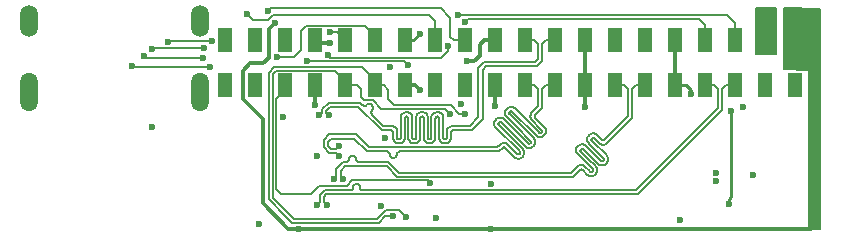
<source format=gbr>
G04 #@! TF.GenerationSoftware,KiCad,Pcbnew,5.1.5+dfsg1-2~bpo10+1*
G04 #@! TF.CreationDate,2020-03-26T22:11:47+01:00*
G04 #@! TF.ProjectId,snickerdoodle-hdmi-breakout,736e6963-6b65-4726-946f-6f646c652d68,rev?*
G04 #@! TF.SameCoordinates,Original*
G04 #@! TF.FileFunction,Copper,L4,Bot*
G04 #@! TF.FilePolarity,Positive*
%FSLAX46Y46*%
G04 Gerber Fmt 4.6, Leading zero omitted, Abs format (unit mm)*
G04 Created by KiCad (PCBNEW 5.1.5+dfsg1-2~bpo10+1) date 2020-03-26 22:11:47*
%MOMM*%
%LPD*%
G04 APERTURE LIST*
%ADD10O,1.500000X3.300000*%
%ADD11O,1.500000X2.700000*%
%ADD12R,1.200000X2.000000*%
%ADD13C,0.600000*%
%ADD14C,0.300000*%
%ADD15C,0.254000*%
%ADD16C,0.150000*%
G04 APERTURE END LIST*
D10*
X124990000Y-109670000D03*
X139490000Y-109670000D03*
D11*
X139490000Y-103670000D03*
X124990000Y-103670000D03*
D12*
X151760000Y-109082000D03*
X154300000Y-109082000D03*
X182240000Y-109082000D03*
X187320000Y-109082000D03*
X167000000Y-109082000D03*
X144140000Y-109082000D03*
X174620000Y-109082000D03*
X169540000Y-109082000D03*
X146680000Y-109082000D03*
X184780000Y-109082000D03*
X189860000Y-109082000D03*
X164460000Y-109082000D03*
X161920000Y-109082000D03*
X149220000Y-109082000D03*
X177160000Y-109082000D03*
X179700000Y-109082000D03*
X159380000Y-109082000D03*
X156840000Y-109082000D03*
X172080000Y-109082000D03*
X141600000Y-109082000D03*
X141600000Y-105272000D03*
X159380000Y-105272000D03*
X164460000Y-105272000D03*
X144140000Y-105272000D03*
X151760000Y-105272000D03*
X146680000Y-105272000D03*
X161920000Y-105272000D03*
X154300000Y-105272000D03*
X156840000Y-105272000D03*
X149220000Y-105272000D03*
X167000000Y-105272000D03*
X169540000Y-105272000D03*
X172080000Y-105272000D03*
X174620000Y-105272000D03*
X177160000Y-105272000D03*
X179700000Y-105272000D03*
X182240000Y-105272000D03*
X184780000Y-105272000D03*
X187320000Y-105272000D03*
X189860000Y-105272000D03*
D13*
X183147000Y-116490000D03*
X183157000Y-117180000D03*
X186267000Y-116710000D03*
X146490000Y-111800000D03*
X158100000Y-109470000D03*
X149420000Y-115050000D03*
X144470000Y-120870000D03*
X154780000Y-119340000D03*
X164110000Y-117430000D03*
X159440000Y-120310000D03*
X155140000Y-113590000D03*
X185490000Y-110970000D03*
X149220000Y-110740000D03*
X150490000Y-105520000D03*
X155590000Y-107575000D03*
X164470000Y-110820000D03*
X162120000Y-107020000D03*
X161610000Y-110660000D03*
X172080000Y-110940000D03*
X181020000Y-109860000D03*
X180110000Y-120510000D03*
X158080000Y-104720000D03*
X135390000Y-112610000D03*
X191520000Y-120180000D03*
X191520000Y-120940000D03*
X191520000Y-117860000D03*
X191520000Y-118630000D03*
X191520000Y-119410000D03*
X164079999Y-121239999D03*
X145820000Y-103820000D03*
X190070000Y-103350000D03*
X147830000Y-121235010D03*
X140480000Y-105360000D03*
X136750000Y-105390000D03*
X139800000Y-105950000D03*
X135390000Y-106050000D03*
X139760000Y-106800000D03*
X134750000Y-106600000D03*
X140300000Y-107560000D03*
X133750000Y-107480000D03*
X149560000Y-111640000D03*
X149410000Y-119240000D03*
X150210000Y-119240000D03*
X150800000Y-117060000D03*
X151600000Y-117060000D03*
X151217306Y-115038637D03*
X151217306Y-114238637D03*
X150360000Y-111640000D03*
X143450000Y-103052331D03*
X150510000Y-104580000D03*
X145210000Y-102840000D03*
X145956697Y-106720000D03*
X158990000Y-117370000D03*
X156880000Y-120210000D03*
X160640000Y-111500000D03*
X155840000Y-120200000D03*
X161930000Y-111500000D03*
X161920000Y-103720000D03*
X161290000Y-103140000D03*
X187230000Y-103360000D03*
X157100000Y-107360000D03*
X148520000Y-107031976D03*
X150320000Y-106500000D03*
X160483768Y-105736232D03*
X184257000Y-119120000D03*
X184400000Y-111230000D03*
D14*
X149220000Y-109082000D02*
X149220000Y-110740000D01*
X149298000Y-105350000D02*
X149220000Y-105272000D01*
X157712000Y-109082000D02*
X158100000Y-109470000D01*
X156840000Y-109082000D02*
X157712000Y-109082000D01*
X164460000Y-110810000D02*
X164470000Y-110820000D01*
X164460000Y-109082000D02*
X164460000Y-110810000D01*
X172080000Y-105272000D02*
X172080000Y-109082000D01*
X172080000Y-109082000D02*
X172080000Y-110940000D01*
X179700000Y-105272000D02*
X179700000Y-109082000D01*
X163560000Y-105272000D02*
X163150000Y-105682000D01*
X164460000Y-105272000D02*
X163560000Y-105272000D01*
X163150000Y-105682000D02*
X163150000Y-106580000D01*
X162710000Y-107020000D02*
X162120000Y-107020000D01*
X163150000Y-106580000D02*
X162710000Y-107020000D01*
D15*
X157528000Y-105272000D02*
X158080000Y-104720000D01*
X156840000Y-105272000D02*
X157528000Y-105272000D01*
X180632000Y-109082000D02*
X181020000Y-109470000D01*
X181020000Y-109470000D02*
X181020000Y-109860000D01*
X179700000Y-109082000D02*
X180632000Y-109082000D01*
X149468000Y-105520000D02*
X149220000Y-105272000D01*
D14*
X150490000Y-105520000D02*
X149468000Y-105520000D01*
X191220001Y-121239999D02*
X191520000Y-120940000D01*
X164079999Y-121239999D02*
X191220001Y-121239999D01*
X164079999Y-121239999D02*
X147834989Y-121239999D01*
X147834989Y-121239999D02*
X147830000Y-121235010D01*
X144830000Y-107240000D02*
X143710000Y-107240000D01*
X146935010Y-121235010D02*
X147405736Y-121235010D01*
X145300000Y-104340000D02*
X145300000Y-106770000D01*
X145820000Y-103820000D02*
X145300000Y-104340000D01*
X145300000Y-106770000D02*
X144830000Y-107240000D01*
X144780000Y-111936038D02*
X144780000Y-119080000D01*
X143710000Y-107240000D02*
X143100000Y-107850000D01*
X143100000Y-107850000D02*
X143100000Y-110256038D01*
X143100000Y-110256038D02*
X144780000Y-111936038D01*
X147405736Y-121235010D02*
X147830000Y-121235010D01*
X144780000Y-119080000D02*
X146935010Y-121235010D01*
D16*
X136850000Y-105290000D02*
X136750000Y-105390000D01*
X136780000Y-105360000D02*
X136750000Y-105390000D01*
X140480000Y-105360000D02*
X136780000Y-105360000D01*
X135420000Y-106080000D02*
X135390000Y-106050000D01*
X135490000Y-105950000D02*
X135390000Y-106050000D01*
X139800000Y-105950000D02*
X135490000Y-105950000D01*
X134760000Y-106610000D02*
X134750000Y-106600000D01*
X134950000Y-106800000D02*
X134750000Y-106600000D01*
X139760000Y-106800000D02*
X134950000Y-106800000D01*
X134380000Y-107560000D02*
X134120000Y-107560000D01*
X140300000Y-107560000D02*
X134380000Y-107560000D01*
X133830000Y-107560000D02*
X133750000Y-107480000D01*
X140300000Y-107560000D02*
X133830000Y-107560000D01*
X167750000Y-105272000D02*
X167000000Y-105272000D01*
X168095000Y-106877512D02*
X168095000Y-105617000D01*
X163547512Y-107145000D02*
X167827512Y-107145000D01*
X163055000Y-107637512D02*
X163547512Y-107145000D01*
X163055000Y-111817512D02*
X163055000Y-107637512D01*
X162327512Y-112545000D02*
X163055000Y-111817512D01*
X160631702Y-112591654D02*
X160731276Y-112556811D01*
X160542377Y-112647781D02*
X160631702Y-112591654D01*
X160361239Y-113550250D02*
X160365000Y-113516872D01*
X160350145Y-113581954D02*
X160361239Y-113550250D01*
X160332274Y-113610395D02*
X160350145Y-113581954D01*
X160280082Y-113652017D02*
X160308523Y-113634146D01*
X160248378Y-113663111D02*
X160280082Y-113652017D01*
X160149917Y-113652017D02*
X160181621Y-113663111D01*
X160121476Y-113634146D02*
X160149917Y-113652017D01*
X160097725Y-113610395D02*
X160121476Y-113634146D01*
X160079854Y-113581954D02*
X160097725Y-113610395D01*
X160065000Y-113516872D02*
X160068760Y-113550250D01*
X160376811Y-112911276D02*
X160411654Y-112811702D01*
X160053188Y-111739405D02*
X160065000Y-111844237D01*
X160365000Y-113016108D02*
X160376811Y-112911276D01*
X160018345Y-111639831D02*
X160053188Y-111739405D01*
X159798297Y-111419783D02*
X159887622Y-111475910D01*
X160836108Y-112545000D02*
X162327512Y-112545000D01*
X159593891Y-111373128D02*
X159698723Y-111384940D01*
X159536108Y-111373128D02*
X159593891Y-111373128D01*
X160065000Y-111844237D02*
X160065000Y-113516872D01*
X159242377Y-111475910D02*
X159331702Y-111419783D01*
X159111654Y-111639831D02*
X159167781Y-111550506D01*
X160308523Y-113634146D02*
X160332274Y-113610395D01*
X159050145Y-113581954D02*
X159061239Y-113550250D01*
X159032274Y-113610395D02*
X159050145Y-113581954D01*
X159008523Y-113634146D02*
X159032274Y-113610395D01*
X158980082Y-113652017D02*
X159008523Y-113634146D01*
X158948378Y-113663111D02*
X158980082Y-113652017D01*
X158915000Y-113666872D02*
X158948378Y-113663111D01*
X158797725Y-113610395D02*
X158821476Y-113634146D01*
X158765000Y-113516872D02*
X158768760Y-113550250D01*
X158779854Y-113581954D02*
X158797725Y-113610395D01*
X158587622Y-111475910D02*
X158662218Y-111550506D01*
X158398723Y-111384940D02*
X158498297Y-111419783D01*
X158236108Y-111373128D02*
X158293891Y-111373128D01*
X158131276Y-111384940D02*
X158236108Y-111373128D01*
X160467781Y-112722377D02*
X160542377Y-112647781D01*
X157942377Y-111475910D02*
X158031702Y-111419783D01*
X157867781Y-111550506D02*
X157942377Y-111475910D01*
X156118345Y-112811702D02*
X156153188Y-112911276D01*
X159698723Y-111384940D02*
X159798297Y-111419783D01*
X159061239Y-113550250D02*
X159065000Y-113516872D01*
X158293891Y-111373128D02*
X158398723Y-111384940D01*
X154073831Y-111132540D02*
X154035570Y-111180520D01*
X156062218Y-112722377D02*
X156118345Y-112811702D01*
X160731276Y-112556811D02*
X160836108Y-112545000D01*
X156461239Y-113550250D02*
X156465000Y-113516872D01*
X156936108Y-111373128D02*
X156993891Y-111373128D01*
X155987622Y-112647781D02*
X156062218Y-112722377D01*
X157521476Y-113634146D02*
X157549917Y-113652017D01*
X155693891Y-112545000D02*
X155798723Y-112556811D01*
X153997307Y-111228499D02*
X153970681Y-111283789D01*
X156831276Y-111384940D02*
X156936108Y-111373128D01*
X157468760Y-113550250D02*
X157479854Y-113581954D01*
X160181621Y-113663111D02*
X160215000Y-113666872D01*
X154035569Y-111568082D02*
X154142982Y-111675494D01*
X155898297Y-112591654D02*
X155987622Y-112647781D01*
X158768760Y-113550250D02*
X158779854Y-113581954D01*
X153078744Y-110611256D02*
X153126826Y-110649600D01*
X154114114Y-110956054D02*
X154114113Y-111017420D01*
X158881621Y-113663111D02*
X158915000Y-113666872D01*
X156153188Y-112911276D02*
X156165000Y-113016108D01*
X154100457Y-110896224D02*
X154114114Y-110956054D01*
X154035570Y-110792956D02*
X154073831Y-110840934D01*
X155012488Y-112545000D02*
X155693891Y-112545000D01*
X149560000Y-111640000D02*
X149785000Y-111415000D01*
X156465000Y-113516872D02*
X156465000Y-111844237D01*
X153970680Y-111464813D02*
X153997306Y-111520103D01*
X158765000Y-111844237D02*
X158765000Y-113516872D01*
X153271722Y-110794517D02*
X153327012Y-110821143D01*
X154073831Y-110840934D02*
X154100457Y-110896224D01*
X155798723Y-112556811D02*
X155898297Y-112591654D01*
X153835772Y-110677712D02*
X153895601Y-110691367D01*
X153327012Y-110821143D02*
X153386841Y-110834798D01*
X156165000Y-113016108D02*
X156165000Y-113516872D01*
X156168760Y-113550250D02*
X156179854Y-113581954D01*
X156567781Y-111550506D02*
X156642377Y-111475910D01*
X159431276Y-111384940D02*
X159536108Y-111373128D01*
X153957025Y-111404984D02*
X153970680Y-111464813D01*
X153022488Y-110555000D02*
X153078744Y-110611256D01*
X159887622Y-111475910D02*
X159962218Y-111550506D01*
X159065000Y-111844237D02*
X159076811Y-111739405D01*
X158718345Y-111639831D02*
X158753188Y-111739405D01*
X157765000Y-111844237D02*
X157776811Y-111739405D01*
X159331702Y-111419783D02*
X159431276Y-111384940D01*
X154142982Y-111675494D02*
X155012488Y-112545000D01*
X159962218Y-111550506D02*
X160018345Y-111639831D01*
X159076811Y-111739405D02*
X159111654Y-111639831D01*
X158753188Y-111739405D02*
X158765000Y-111844237D01*
X153659285Y-110717992D02*
X153714575Y-110691366D01*
X153126826Y-110659338D02*
X153223744Y-110756256D01*
X156197725Y-113610395D02*
X156221476Y-113634146D01*
X156408523Y-113634146D02*
X156432274Y-113610395D01*
X149785000Y-111415000D02*
X149785000Y-111127512D01*
X156731702Y-111419783D02*
X156831276Y-111384940D01*
X149785000Y-111127512D02*
X150357512Y-110555000D01*
X153126826Y-110649600D02*
X153126826Y-110659338D01*
X156179854Y-113581954D02*
X156197725Y-113610395D01*
X153950891Y-110717993D02*
X153998870Y-110756256D01*
X168095000Y-105617000D02*
X167750000Y-105272000D01*
X157776811Y-111739405D02*
X157811654Y-111639831D01*
X153386841Y-110834798D02*
X153448209Y-110834799D01*
X153448209Y-110834799D02*
X153508038Y-110821144D01*
X153970681Y-111283789D02*
X153957026Y-111343618D01*
X154100458Y-111077250D02*
X154073831Y-111132540D01*
X154114113Y-111017420D02*
X154100458Y-111077250D01*
X153508038Y-110821144D02*
X153563328Y-110794518D01*
X153895601Y-110691367D02*
X153950891Y-110717993D01*
X156476811Y-111739405D02*
X156511654Y-111639831D01*
X157708523Y-113634146D02*
X157732274Y-113610395D01*
X167827512Y-107145000D02*
X168095000Y-106877512D01*
X153563328Y-110794518D02*
X153659285Y-110717992D01*
X153957026Y-111343618D02*
X153957025Y-111404984D01*
X157615000Y-113666872D02*
X157648378Y-113663111D01*
X158498297Y-111419783D02*
X158587622Y-111475910D01*
X153774404Y-110677711D02*
X153835772Y-110677712D01*
X160411654Y-112811702D02*
X160467781Y-112722377D01*
X156380082Y-113652017D02*
X156408523Y-113634146D01*
X159167781Y-111550506D02*
X159242377Y-111475910D01*
X157761239Y-113550250D02*
X157765000Y-113516872D01*
X158849917Y-113652017D02*
X158881621Y-113663111D01*
X156165000Y-113516872D02*
X156168760Y-113550250D01*
X158821476Y-113634146D02*
X158849917Y-113652017D01*
X156432274Y-113610395D02*
X156450145Y-113581954D01*
X157479854Y-113581954D02*
X157497725Y-113610395D01*
X156221476Y-113634146D02*
X156249917Y-113652017D01*
X150357512Y-110555000D02*
X153022488Y-110555000D01*
X156249917Y-113652017D02*
X156281621Y-113663111D01*
X156281621Y-113663111D02*
X156315000Y-113666872D01*
X160215000Y-113666872D02*
X160248378Y-113663111D01*
X158031702Y-111419783D02*
X158131276Y-111384940D01*
X156315000Y-113666872D02*
X156348378Y-113663111D01*
X156348378Y-113663111D02*
X156380082Y-113652017D01*
X153998870Y-110756256D02*
X154035570Y-110792956D01*
X156450145Y-113581954D02*
X156461239Y-113550250D01*
X160365000Y-113516872D02*
X160365000Y-113016108D01*
X154035570Y-111180520D02*
X153997307Y-111228499D01*
X156465000Y-111844237D02*
X156476811Y-111739405D01*
X156511654Y-111639831D02*
X156567781Y-111550506D01*
X156642377Y-111475910D02*
X156731702Y-111419783D01*
X156993891Y-111373128D02*
X157098723Y-111384940D01*
X153223744Y-110756256D02*
X153271722Y-110794517D01*
X157098723Y-111384940D02*
X157198297Y-111419783D01*
X157198297Y-111419783D02*
X157287622Y-111475910D01*
X159065000Y-113516872D02*
X159065000Y-111844237D01*
X158662218Y-111550506D02*
X158718345Y-111639831D01*
X157287622Y-111475910D02*
X157362218Y-111550506D01*
X157418345Y-111639831D02*
X157453188Y-111739405D01*
X157453188Y-111739405D02*
X157465000Y-111844237D01*
X153997306Y-111520103D02*
X154035569Y-111568082D01*
X157765000Y-113516872D02*
X157765000Y-111844237D01*
X157465000Y-111844237D02*
X157465000Y-113516872D01*
X157362218Y-111550506D02*
X157418345Y-111639831D01*
X157465000Y-113516872D02*
X157468760Y-113550250D01*
X157497725Y-113610395D02*
X157521476Y-113634146D01*
X153714575Y-110691366D02*
X153774404Y-110677711D01*
X157549917Y-113652017D02*
X157581621Y-113663111D01*
X157811654Y-111639831D02*
X157867781Y-111550506D01*
X157581621Y-113663111D02*
X157615000Y-113666872D01*
X157648378Y-113663111D02*
X157680082Y-113652017D01*
X160068760Y-113550250D02*
X160079854Y-113581954D01*
X157680082Y-113652017D02*
X157708523Y-113634146D01*
X157732274Y-113610395D02*
X157750145Y-113581954D01*
X157750145Y-113581954D02*
X157761239Y-113550250D01*
X182990000Y-109082000D02*
X182240000Y-109082000D01*
X183335000Y-109427000D02*
X182990000Y-109082000D01*
X176377512Y-117985000D02*
X183335000Y-111027512D01*
X153292762Y-117985000D02*
X176377512Y-117985000D01*
X153234042Y-117978384D02*
X153292762Y-117985000D01*
X153086451Y-117885647D02*
X153128234Y-117927430D01*
X153055013Y-117835613D02*
X153086451Y-117885647D01*
X153035497Y-117779839D02*
X153055013Y-117835613D01*
X153002748Y-117606626D02*
X153022264Y-117662400D01*
X152402748Y-117835613D02*
X152422264Y-117779839D01*
X152279493Y-117958868D02*
X152329527Y-117927430D01*
X152486451Y-117556592D02*
X152528234Y-117514809D01*
X152223719Y-117978384D02*
X152279493Y-117958868D01*
X149410000Y-119240000D02*
X149635000Y-119015000D01*
X183335000Y-111027512D02*
X183335000Y-109427000D01*
X152929527Y-117514809D02*
X152971310Y-117556592D01*
X152165000Y-117985000D02*
X152223719Y-117978384D01*
X149635000Y-119015000D02*
X149635000Y-118377512D01*
X152371310Y-117885647D02*
X152402748Y-117835613D01*
X152971310Y-117556592D02*
X153002748Y-117606626D01*
X152823719Y-117463855D02*
X152879493Y-117483371D01*
X152329527Y-117927430D02*
X152371310Y-117885647D01*
X150027512Y-117985000D02*
X152165000Y-117985000D01*
X153178268Y-117958868D02*
X153234042Y-117978384D01*
X153128234Y-117927430D02*
X153178268Y-117958868D01*
X149635000Y-118377512D02*
X150027512Y-117985000D01*
X152422264Y-117779839D02*
X152435497Y-117662400D01*
X152455013Y-117606626D02*
X152486451Y-117556592D01*
X152528234Y-117514809D02*
X152578268Y-117483371D01*
X152578268Y-117483371D02*
X152634042Y-117463855D01*
X152692762Y-117457238D02*
X152765000Y-117457238D01*
X152435497Y-117662400D02*
X152455013Y-117606626D01*
X152879493Y-117483371D02*
X152929527Y-117514809D01*
X153022264Y-117662400D02*
X153035497Y-117779839D01*
X152634042Y-117463855D02*
X152692762Y-117457238D01*
X152765000Y-117457238D02*
X152823719Y-117463855D01*
X150172488Y-118335000D02*
X176522488Y-118335000D01*
X176522488Y-118335000D02*
X183685000Y-111172488D01*
X150210000Y-119240000D02*
X149985000Y-119015000D01*
X149985000Y-118522488D02*
X150172488Y-118335000D01*
X184030000Y-109082000D02*
X184780000Y-109082000D01*
X183685000Y-111172488D02*
X183685000Y-109427000D01*
X183685000Y-109427000D02*
X184030000Y-109082000D01*
X149985000Y-119015000D02*
X149985000Y-118522488D01*
X175370000Y-109082000D02*
X174620000Y-109082000D01*
X175715000Y-109427000D02*
X175370000Y-109082000D01*
X175715000Y-111697512D02*
X175715000Y-109427000D01*
X173647830Y-113743677D02*
X173678094Y-113729102D01*
X173581493Y-113751152D02*
X173615083Y-113751151D01*
X173548746Y-113743677D02*
X173581493Y-113751152D01*
X173087619Y-113303558D02*
X173492222Y-113708161D01*
X172910092Y-113192011D02*
X173005140Y-113237783D01*
X172807243Y-113168535D02*
X172910092Y-113192011D01*
X172701747Y-113168536D02*
X172807243Y-113168535D01*
X172598898Y-113192011D02*
X172701747Y-113168536D01*
X172503850Y-113237783D02*
X172598898Y-113192011D01*
X172421371Y-113303558D02*
X172503850Y-113237783D01*
X172380512Y-113344416D02*
X172421371Y-113303558D01*
X172314737Y-113426895D02*
X172380512Y-113344416D01*
X172268965Y-113521943D02*
X172314737Y-113426895D01*
X172554060Y-116425945D02*
X172586807Y-116433420D01*
X172523797Y-116411371D02*
X172554060Y-116425945D01*
X151996400Y-115535025D02*
X152039929Y-115491496D01*
X172497536Y-116390429D02*
X172523797Y-116411371D01*
X171915406Y-115874279D02*
X172010454Y-115920051D01*
X171707062Y-115850804D02*
X171812557Y-115850804D01*
X173506045Y-115514182D02*
X173539635Y-115514182D01*
X171426685Y-115985826D02*
X171509164Y-115920051D01*
X156332488Y-116495000D02*
X170917512Y-116495000D01*
X173492222Y-113708161D02*
X173518484Y-113729102D01*
X152255533Y-115072415D02*
X152313637Y-115052083D01*
X172010454Y-115920051D02*
X172092933Y-115985826D01*
X152203409Y-115105166D02*
X152255533Y-115072415D01*
X152913637Y-115588108D02*
X152974810Y-115595000D01*
X152855533Y-115567776D02*
X152913637Y-115588108D01*
X152803409Y-115535025D02*
X152855533Y-115567776D01*
X152727129Y-115439372D02*
X152759880Y-115491496D01*
X173539635Y-115514182D02*
X173572382Y-115506707D01*
X171812557Y-115850804D02*
X171915406Y-115874279D01*
X152693012Y-115258923D02*
X152706797Y-115381268D01*
X152759880Y-115491496D02*
X152803409Y-115535025D01*
X152313637Y-115052083D02*
X152374810Y-115045190D01*
X173518484Y-113729102D02*
X173548746Y-113743677D01*
X152672680Y-115200819D02*
X152693012Y-115258923D01*
X152974810Y-115595000D02*
X155432488Y-115595000D01*
X152039929Y-115491496D02*
X152072680Y-115439372D01*
X171349726Y-114752376D02*
X171326252Y-114649525D01*
X173005140Y-113237783D02*
X173087619Y-113303558D01*
X151944276Y-115567776D02*
X151996400Y-115535025D01*
X172709668Y-116178296D02*
X171461273Y-114929903D01*
X152706797Y-115381268D02*
X152727129Y-115439372D01*
X152639929Y-115148695D02*
X152672680Y-115200819D01*
X173671896Y-115381919D02*
X173671896Y-115348330D01*
X173628906Y-115259058D02*
X173014923Y-114645075D01*
X150800000Y-117060000D02*
X151025000Y-116835000D01*
X155432488Y-115595000D02*
X156332488Y-116495000D01*
X172730610Y-116204558D02*
X172709668Y-116178296D01*
X172092933Y-115985826D02*
X172497536Y-116390429D01*
X173649848Y-115285320D02*
X173628906Y-115259058D01*
X152072680Y-115439372D02*
X152093012Y-115381268D01*
X171461273Y-114929903D02*
X171395498Y-114847424D01*
X173602645Y-115492133D02*
X173628906Y-115471191D01*
X171509164Y-115920051D02*
X171604212Y-115874279D01*
X152106797Y-115258923D02*
X152127129Y-115200819D01*
X152425000Y-115045190D02*
X152486172Y-115052083D01*
X152127129Y-115200819D02*
X152159880Y-115148695D01*
X171395498Y-114847424D02*
X171349726Y-114752376D01*
X170917512Y-116495000D02*
X171426685Y-115985826D01*
X151025000Y-116835000D02*
X151025000Y-116167512D01*
X152093012Y-115381268D02*
X152106797Y-115258923D01*
X152159880Y-115148695D02*
X152203409Y-115105166D01*
X151597512Y-115595000D02*
X151825000Y-115595000D01*
X152374810Y-115045190D02*
X152425000Y-115045190D01*
X173664422Y-115315583D02*
X173649848Y-115285320D01*
X152486172Y-115052083D02*
X152544276Y-115072415D01*
X152544276Y-115072415D02*
X152596400Y-115105166D01*
X171604212Y-115874279D02*
X171707062Y-115850804D01*
X152596400Y-115105166D02*
X152639929Y-115148695D01*
X172586807Y-116433420D02*
X172620396Y-116433420D01*
X172620396Y-116433420D02*
X172653144Y-116425945D01*
X171990853Y-114111250D02*
X172085901Y-114157022D01*
X173014923Y-114645075D02*
X173014926Y-114645075D01*
X172653144Y-116425945D02*
X172683407Y-116411371D01*
X173615083Y-113751151D02*
X173647830Y-113743677D01*
X172683407Y-116411371D02*
X172709668Y-116390429D01*
X172709668Y-116390429D02*
X172730610Y-116364167D01*
X172730610Y-116364167D02*
X172745184Y-116333904D01*
X172745184Y-116333904D02*
X172752658Y-116301157D01*
X151025000Y-116167512D02*
X151597512Y-115595000D01*
X172752658Y-116301157D02*
X172752658Y-116267568D01*
X171584611Y-114157022D02*
X171679659Y-114111250D01*
X173671896Y-115348330D02*
X173664422Y-115315583D01*
X172752658Y-116267568D02*
X172745184Y-116234821D01*
X172745184Y-116234821D02*
X172730610Y-116204558D01*
X171326252Y-114649525D02*
X171326251Y-114544031D01*
X171349726Y-114441182D02*
X171395498Y-114346134D01*
X172245490Y-113624792D02*
X172268965Y-113521943D01*
X171395498Y-114346134D02*
X171461273Y-114263655D01*
X171461273Y-114263655D02*
X171502132Y-114222797D01*
X171502132Y-114222797D02*
X171584611Y-114157022D01*
X171679659Y-114111250D02*
X171782508Y-114087775D01*
X171782508Y-114087775D02*
X171888004Y-114087774D01*
X171888004Y-114087774D02*
X171990853Y-114111250D01*
X173416774Y-115471191D02*
X173443035Y-115492133D01*
X173443035Y-115492133D02*
X173473298Y-115506707D01*
X171326251Y-114544031D02*
X171349726Y-114441182D01*
X173473298Y-115506707D02*
X173506045Y-115514182D01*
X172314737Y-113928185D02*
X172268965Y-113833137D01*
X173572382Y-115506707D02*
X173602645Y-115492133D01*
X173628906Y-115471191D02*
X173649848Y-115444929D01*
X173678094Y-113729102D02*
X173704354Y-113708161D01*
X173649848Y-115444929D02*
X173664422Y-115414666D01*
X172085901Y-114157022D02*
X172168380Y-114222797D01*
X172400943Y-114031092D02*
X172380512Y-114010664D01*
X173704354Y-113708161D02*
X175715000Y-111697512D01*
X151825000Y-115595000D02*
X151886172Y-115588108D01*
X173664422Y-115414666D02*
X173671896Y-115381919D01*
X173014926Y-114645075D02*
X172400943Y-114031092D01*
X172168380Y-114222797D02*
X173416774Y-115471191D01*
X172380512Y-114010664D02*
X172314737Y-113928185D01*
X151886172Y-115588108D02*
X151944276Y-115567776D01*
X172268965Y-113833137D02*
X172245491Y-113730286D01*
X172245491Y-113730286D02*
X172245490Y-113624792D01*
X171653743Y-116253743D02*
X171680004Y-116232801D01*
X171710267Y-116218227D02*
X171743015Y-116210752D01*
X173848934Y-114041852D02*
X173931413Y-113976077D01*
X172759198Y-116769893D02*
X172854246Y-116724120D01*
X171743015Y-116210752D02*
X171776604Y-116210752D01*
X171809351Y-116218227D02*
X171839614Y-116232801D01*
X172448004Y-116769893D02*
X172550854Y-116793367D01*
X172550854Y-116793367D02*
X172656349Y-116793367D01*
X173753885Y-114087626D02*
X173848934Y-114041852D01*
X171680004Y-116232801D02*
X171710267Y-116218227D01*
X172737700Y-113528485D02*
X172771290Y-113528484D01*
X172854246Y-116724120D02*
X172936725Y-116658345D01*
X173112606Y-116337110D02*
X173112606Y-116231615D01*
X171708248Y-114516974D02*
X171729189Y-114490714D01*
X173112606Y-116231615D02*
X173089131Y-116128765D01*
X172343172Y-115316829D02*
X171729189Y-114702846D01*
X173575588Y-115874130D02*
X173678437Y-115850655D01*
X172352956Y-116724120D02*
X172448004Y-116769893D01*
X171693673Y-114646322D02*
X171686198Y-114613575D01*
X171062488Y-116845000D02*
X171653743Y-116253743D01*
X151742488Y-115945000D02*
X155287512Y-115945000D01*
X151375000Y-116312488D02*
X151742488Y-115945000D01*
X171686198Y-114613575D02*
X171686198Y-114579985D01*
X173951842Y-113955649D02*
X176065000Y-111842488D01*
X171686198Y-114579985D02*
X171693673Y-114547238D01*
X176410000Y-109082000D02*
X177160000Y-109082000D01*
X171755451Y-114469772D02*
X171785715Y-114455197D01*
X151600000Y-117060000D02*
X151375000Y-116835000D01*
X171785715Y-114455197D02*
X171818461Y-114447724D01*
X171852051Y-114447723D02*
X171884797Y-114455198D01*
X172977584Y-115951238D02*
X172343172Y-115316826D01*
X173043359Y-116535007D02*
X173089131Y-116439959D01*
X171884797Y-114455198D02*
X171915061Y-114469771D01*
X172612912Y-113727083D02*
X172605437Y-113694336D01*
X171915061Y-114469771D02*
X171941323Y-114490713D01*
X171941323Y-114490713D02*
X173189716Y-115739108D01*
X173189716Y-115739108D02*
X173272195Y-115804883D01*
X172804036Y-113535959D02*
X172834300Y-113550532D01*
X171839614Y-116232801D02*
X171865875Y-116253743D01*
X173367243Y-115850655D02*
X173470093Y-115874130D01*
X173470093Y-115874130D02*
X173575588Y-115874130D01*
X173043359Y-116033717D02*
X172977584Y-115951238D01*
X171818461Y-114447724D02*
X171852051Y-114447723D01*
X173855964Y-115739108D02*
X173896823Y-115698248D01*
X174008370Y-115520721D02*
X174031845Y-115417872D01*
X173347644Y-114041852D02*
X173442691Y-114087626D01*
X173651037Y-114111099D02*
X173753885Y-114087626D01*
X171729189Y-114490714D02*
X171755451Y-114469772D01*
X176065000Y-111842488D02*
X176065000Y-109427000D01*
X171776604Y-116210752D02*
X171809351Y-116218227D01*
X176065000Y-109427000D02*
X176410000Y-109082000D01*
X173773485Y-115804883D02*
X173855964Y-115739108D01*
X172605437Y-113660746D02*
X172612912Y-113627999D01*
X173545541Y-114111100D02*
X173651037Y-114111099D01*
X172648428Y-113783607D02*
X172627487Y-113757345D01*
X173265165Y-113976077D02*
X173347644Y-114041852D01*
X173442691Y-114087626D02*
X173545541Y-114111100D01*
X171865875Y-116253743D02*
X172270477Y-116658345D01*
X174031845Y-115312377D02*
X174008370Y-115209527D01*
X156187512Y-116845000D02*
X171062488Y-116845000D01*
X172936725Y-116658345D02*
X172977584Y-116617486D01*
X172860562Y-113571474D02*
X173265165Y-113976077D01*
X173089131Y-116128765D02*
X173043359Y-116033717D01*
X172270477Y-116658345D02*
X172352956Y-116724120D01*
X171708248Y-114676584D02*
X171693673Y-114646322D01*
X172605437Y-113694336D02*
X172605437Y-113660746D01*
X172834300Y-113550532D02*
X172860562Y-113571474D01*
X173272195Y-115804883D02*
X173367243Y-115850655D01*
X172612912Y-113627999D02*
X172627487Y-113597735D01*
X173962598Y-115114479D02*
X173896823Y-115032000D01*
X173896823Y-115032000D02*
X172648428Y-113783607D01*
X172771290Y-113528484D02*
X172804036Y-113535959D01*
X171693673Y-114547238D02*
X171708248Y-114516974D01*
X172627487Y-113757345D02*
X172612912Y-113727083D01*
X172704954Y-113535958D02*
X172737700Y-113528485D01*
X172977584Y-116617486D02*
X173043359Y-116535007D01*
X172648428Y-113571475D02*
X172674690Y-113550533D01*
X172656349Y-116793367D02*
X172759198Y-116769893D01*
X173089131Y-116439959D02*
X173112606Y-116337110D01*
X172627487Y-113597735D02*
X172648428Y-113571475D01*
X174008370Y-115209527D02*
X173962598Y-115114479D01*
X171729189Y-114702846D02*
X171708248Y-114676584D01*
X172343172Y-115316826D02*
X172343172Y-115316829D01*
X173678437Y-115850655D02*
X173773485Y-115804883D01*
X172674690Y-113550533D02*
X172704954Y-113535958D01*
X174031845Y-115417872D02*
X174031845Y-115312377D01*
X173931413Y-113976077D02*
X173951842Y-113955649D01*
X173962598Y-115615769D02*
X174008370Y-115520721D01*
X173896823Y-115698248D02*
X173962598Y-115615769D01*
X155287512Y-115945000D02*
X156187512Y-116845000D01*
X151375000Y-116835000D02*
X151375000Y-116312488D01*
X168410164Y-112971710D02*
X168410164Y-112938121D01*
X165319934Y-111574108D02*
X165296459Y-111471259D01*
X166472173Y-114934975D02*
X166502436Y-114920401D01*
X168277903Y-113103973D02*
X168310650Y-113096499D01*
X168181303Y-113081925D02*
X168211566Y-113096499D01*
X167443519Y-111779840D02*
X167443519Y-111674345D01*
X166138589Y-111044529D02*
X168155042Y-113060982D01*
X166056110Y-110978754D02*
X166138589Y-111044529D01*
X165649868Y-110932982D02*
X165752717Y-110909507D01*
X167421675Y-114001163D02*
X167447936Y-113980220D01*
X165472341Y-111044529D02*
X165554820Y-110978754D01*
X165431481Y-111085388D02*
X165472341Y-111044529D01*
X153752488Y-114325000D02*
X164647512Y-114325000D01*
X166549639Y-114873196D02*
X166564213Y-114842933D01*
X165961062Y-110932982D02*
X166056110Y-110978754D01*
X149945000Y-114352488D02*
X149945000Y-113737512D01*
X168155042Y-113060982D02*
X168181303Y-113081925D01*
X167468878Y-113794349D02*
X167447936Y-113768087D01*
X167490926Y-113857359D02*
X167483452Y-113824612D01*
X167468878Y-113953958D02*
X167483452Y-113923695D01*
X167447936Y-113980220D02*
X167468878Y-113953958D01*
X164938973Y-111828746D02*
X165041824Y-111852220D01*
X165858211Y-110909508D02*
X165961062Y-110932982D01*
X167358665Y-114023211D02*
X167391412Y-114015737D01*
X167325075Y-114023211D02*
X167358665Y-114023211D01*
X164647512Y-114325000D02*
X164861685Y-114110826D01*
X166405837Y-114942449D02*
X166439426Y-114942449D01*
X168310650Y-113096499D02*
X168340913Y-113081925D01*
X167262065Y-114001163D02*
X167292328Y-114015737D01*
X167235804Y-113980220D02*
X167262065Y-114001163D01*
X168388116Y-112875111D02*
X168367174Y-112848849D01*
X168211566Y-113096499D02*
X168244313Y-113103973D01*
X165219351Y-111963767D02*
X167235804Y-113980220D01*
X166564213Y-114842933D02*
X166571687Y-114810186D01*
X166342827Y-114920401D02*
X166373090Y-114934975D01*
X167447936Y-113768087D02*
X166326181Y-112646332D01*
X164446470Y-112588393D02*
X164400696Y-112493346D01*
X164377220Y-112285003D02*
X164400696Y-112182152D01*
X165142062Y-113975804D02*
X165247557Y-113975804D01*
X165039212Y-113999279D02*
X165142062Y-113975804D01*
X165752717Y-110909507D02*
X165858211Y-110909508D01*
X165431483Y-111751634D02*
X165365708Y-111669155D01*
X164861685Y-114110826D02*
X164944164Y-114045051D01*
X165527933Y-114110826D02*
X166316565Y-114899458D01*
X165247557Y-113975804D02*
X165350406Y-113999279D01*
X168340913Y-113081925D02*
X168367174Y-113060982D01*
X168388116Y-113034720D02*
X168402690Y-113004457D01*
X165296459Y-111471259D02*
X165296458Y-111365765D01*
X166571687Y-114810186D02*
X166571687Y-114776597D01*
X166373090Y-114934975D02*
X166405837Y-114942449D01*
X168402690Y-113004457D02*
X168410164Y-112971710D01*
X168367174Y-112848849D02*
X167578541Y-112060216D01*
X164446468Y-112087105D02*
X164512243Y-112004626D01*
X150992306Y-114813637D02*
X150406149Y-114813637D01*
X165554820Y-110978754D02*
X165649868Y-110932982D01*
X151217306Y-115038637D02*
X150992306Y-114813637D01*
X150406149Y-114813637D02*
X149945000Y-114352488D01*
X166528697Y-114899458D02*
X166549639Y-114873196D01*
X164635582Y-111897992D02*
X164730630Y-111852220D01*
X152682488Y-113255000D02*
X153752488Y-114325000D01*
X164377221Y-112390497D02*
X164377220Y-112285003D01*
X168095000Y-109427000D02*
X167750000Y-109082000D01*
X168244313Y-113103973D02*
X168277903Y-113103973D01*
X166316565Y-114899458D02*
X166342827Y-114920401D01*
X149945000Y-113737512D02*
X150427512Y-113255000D01*
X164833479Y-111828745D02*
X164938973Y-111828746D01*
X166528697Y-114687325D02*
X164512245Y-112670872D01*
X165365706Y-111167867D02*
X165431481Y-111085388D01*
X165365708Y-111669155D02*
X165319934Y-111574108D01*
X164400696Y-112493346D02*
X164377221Y-112390497D01*
X166326181Y-112646332D02*
X165451911Y-111772065D01*
X165136872Y-111897992D02*
X165219351Y-111963767D01*
X166571687Y-114776597D02*
X166564213Y-114743850D01*
X166439426Y-114942449D02*
X166472173Y-114934975D01*
X167466994Y-111571495D02*
X167512766Y-111476447D01*
X166564213Y-114743850D02*
X166549639Y-114713587D01*
X166502436Y-114920401D02*
X166528697Y-114899458D01*
X165451911Y-111772065D02*
X165431483Y-111751634D01*
X164400696Y-112182152D02*
X164446468Y-112087105D01*
X167483452Y-113923695D02*
X167490926Y-113890948D01*
X166549639Y-114713587D02*
X166528697Y-114687325D01*
X165296458Y-111365765D02*
X165319934Y-111262914D01*
X164944164Y-114045051D02*
X165039212Y-113999279D01*
X165350406Y-113999279D02*
X165445454Y-114045051D01*
X168410164Y-112938121D02*
X168402690Y-112905374D01*
X164512245Y-112670872D02*
X164446470Y-112588393D01*
X165445454Y-114045051D02*
X165527933Y-114110826D01*
X164512243Y-112004626D02*
X164553103Y-111963767D01*
X165041824Y-111852220D02*
X165136872Y-111897992D01*
X165319934Y-111262914D02*
X165365706Y-111167867D01*
X164553103Y-111963767D02*
X164635582Y-111897992D01*
X167490926Y-113890948D02*
X167490926Y-113857359D01*
X164730630Y-111852220D02*
X164833479Y-111828745D01*
X167483452Y-113824612D02*
X167468878Y-113794349D01*
X167598971Y-111373539D02*
X168095000Y-110877512D01*
X167512766Y-111977737D02*
X167466994Y-111882689D01*
X167466994Y-111882689D02*
X167443519Y-111779840D01*
X167443519Y-111674345D02*
X167466994Y-111571495D01*
X150427512Y-113255000D02*
X152682488Y-113255000D01*
X167512766Y-111476447D02*
X167578541Y-111393968D01*
X167578541Y-111393968D02*
X167598971Y-111373539D01*
X167578541Y-112060216D02*
X167512766Y-111977737D01*
X167750000Y-109082000D02*
X167000000Y-109082000D01*
X168402690Y-112905374D02*
X168388116Y-112875111D01*
X168367174Y-113060982D02*
X168388116Y-113034720D01*
X168095000Y-110877512D02*
X168095000Y-109427000D01*
X167292328Y-114015737D02*
X167325075Y-114023211D01*
X167391412Y-114015737D02*
X167421675Y-114001163D01*
X168790000Y-109082000D02*
X169540000Y-109082000D01*
X168445000Y-111022488D02*
X168445000Y-109427000D01*
X167846458Y-111621028D02*
X168445000Y-111022488D01*
X167825515Y-111647289D02*
X167846458Y-111621028D01*
X167810941Y-111776635D02*
X167803467Y-111743888D01*
X168770112Y-112902169D02*
X168746637Y-112799319D01*
X168700865Y-113205561D02*
X168746637Y-113110513D01*
X168700865Y-112704271D02*
X168635090Y-112621792D01*
X168594232Y-113328899D02*
X168635090Y-113288040D01*
X168416705Y-113440447D02*
X168511753Y-113394674D01*
X168208360Y-113463922D02*
X168313855Y-113463922D01*
X168105511Y-113440447D02*
X168208360Y-113463922D01*
X168010463Y-113394674D02*
X168105511Y-113440447D01*
X165885269Y-111291504D02*
X165911531Y-111312446D01*
X165855007Y-111276929D02*
X165885269Y-111291504D01*
X165788671Y-111269455D02*
X165822259Y-111269456D01*
X165755923Y-111276930D02*
X165788671Y-111269455D01*
X165699399Y-111312445D02*
X165725661Y-111291503D01*
X165678456Y-111338706D02*
X165699399Y-111312445D01*
X165656408Y-111401716D02*
X165663881Y-111368970D01*
X165656408Y-111435306D02*
X165656408Y-111401716D01*
X165663881Y-111468054D02*
X165656408Y-111435306D01*
X165678456Y-111498316D02*
X165663881Y-111468054D01*
X165699399Y-111524577D02*
X165678456Y-111498316D01*
X166697410Y-112522591D02*
X166573666Y-112398847D01*
X166697410Y-112522588D02*
X166697410Y-112522591D01*
X167715852Y-113541030D02*
X166697410Y-112522588D01*
X151217306Y-114238637D02*
X150992306Y-114463637D01*
X165211604Y-114335752D02*
X165244351Y-114343227D01*
X167289122Y-114383160D02*
X167394617Y-114383160D01*
X156352162Y-114681871D02*
X156413150Y-114675000D01*
X166796613Y-114460267D02*
X165778171Y-113441825D01*
X165115004Y-114357801D02*
X165145267Y-114343227D01*
X166369883Y-115302397D02*
X166475378Y-115302397D01*
X166573666Y-112398847D02*
X165699399Y-111524577D01*
X166908160Y-114948988D02*
X166931635Y-114846139D01*
X156198869Y-114778192D02*
X156242267Y-114734794D01*
X155642267Y-115163355D02*
X155694233Y-115196008D01*
X165911531Y-111312446D02*
X167927984Y-113328899D01*
X156166216Y-114830158D02*
X156198869Y-114778192D01*
X168635090Y-112621792D02*
X167846458Y-111833160D01*
X166755755Y-115167375D02*
X166796613Y-115126515D01*
X156145946Y-114888087D02*
X156166216Y-114830158D01*
X168511753Y-113394674D02*
X168594232Y-113328899D01*
X164836685Y-112196168D02*
X164869433Y-112188693D01*
X168635090Y-113288040D02*
X168700865Y-113205561D01*
X150572488Y-113605000D02*
X152537512Y-113605000D01*
X165244351Y-114343227D02*
X165274614Y-114357801D01*
X168746637Y-113110513D02*
X168770112Y-113007664D01*
X156079280Y-115119957D02*
X156111933Y-115067991D01*
X156242267Y-114734794D02*
X156294233Y-114702141D01*
X155983916Y-115196008D02*
X156035882Y-115163355D01*
X165274614Y-114357801D02*
X165300875Y-114378743D01*
X164780161Y-112231683D02*
X164806423Y-112210741D01*
X167803467Y-111710299D02*
X167810941Y-111677552D01*
X156035882Y-115163355D02*
X156079280Y-115119957D01*
X155925987Y-115216278D02*
X155983916Y-115196008D01*
X155865000Y-115223150D02*
X155925987Y-115216278D01*
X166931635Y-114846139D02*
X166931635Y-114740644D01*
X167846458Y-111833160D02*
X167825515Y-111806898D01*
X155258113Y-114681887D02*
X155265000Y-114675000D01*
X155435882Y-114734794D02*
X155479280Y-114778192D01*
X164903021Y-112188694D02*
X164935769Y-112196167D01*
X155545946Y-115010062D02*
X155566216Y-115067991D01*
X150295000Y-113882488D02*
X150572488Y-113605000D01*
X155383916Y-114702141D02*
X155435882Y-114734794D01*
X152537512Y-113605000D02*
X153607512Y-114675000D01*
X153607512Y-114675000D02*
X153668636Y-114681887D01*
X166475378Y-115302397D02*
X166578228Y-115278922D01*
X165178015Y-114335752D02*
X165211604Y-114335752D01*
X155813150Y-115223150D02*
X155865000Y-115223150D01*
X150551125Y-114463637D02*
X150295000Y-114207512D01*
X167827399Y-113718557D02*
X167781627Y-113623509D01*
X150992306Y-114463637D02*
X150551125Y-114463637D01*
X166796613Y-115126515D02*
X166862388Y-115044036D01*
X156111933Y-115067991D02*
X156132203Y-115010062D01*
X167850874Y-113926902D02*
X167850874Y-113821407D01*
X168770112Y-113007664D02*
X168770112Y-112902169D01*
X153668636Y-114681887D02*
X155258113Y-114681887D01*
X164869433Y-112188693D02*
X164903021Y-112188694D01*
X150295000Y-114207512D02*
X150295000Y-113882488D01*
X165725661Y-111291503D02*
X165755923Y-111276930D01*
X164744643Y-112288208D02*
X164759218Y-112257944D01*
X155265000Y-114675000D02*
X155325987Y-114681871D01*
X155325987Y-114681871D02*
X155383916Y-114702141D01*
X165663881Y-111368970D02*
X165678456Y-111338706D01*
X156413150Y-114675000D02*
X164792488Y-114675000D01*
X167927984Y-113328899D02*
X168010463Y-113394674D01*
X155479280Y-114778192D02*
X155511933Y-114830158D01*
X167825515Y-111806898D02*
X167810941Y-111776635D01*
X165088743Y-114378743D02*
X165115004Y-114357801D01*
X167810941Y-111677552D02*
X167825515Y-111647289D01*
X155511933Y-114830158D02*
X155532203Y-114888087D01*
X155566216Y-115067991D02*
X155598869Y-115119957D01*
X156294233Y-114702141D02*
X156352162Y-114681871D01*
X166908160Y-114637794D02*
X166862388Y-114542746D01*
X164744643Y-112387292D02*
X164737170Y-112354544D01*
X164737170Y-112320954D02*
X164744643Y-112288208D01*
X155598869Y-115119957D02*
X155642267Y-115163355D01*
X155532203Y-114888087D02*
X155545946Y-115010062D01*
X167674994Y-114248137D02*
X167715852Y-114207278D01*
X168746637Y-112799319D02*
X168700865Y-112704271D01*
X165145267Y-114343227D02*
X165178015Y-114335752D01*
X167803467Y-111743888D02*
X167803467Y-111710299D01*
X166673276Y-115233150D02*
X166755755Y-115167375D01*
X165822259Y-111269456D02*
X165855007Y-111276929D01*
X155694233Y-115196008D02*
X155752162Y-115216278D01*
X165300875Y-114378743D02*
X166089507Y-115167375D01*
X166089507Y-115167375D02*
X166171986Y-115233150D01*
X167091225Y-114313912D02*
X167186273Y-114359685D01*
X166171986Y-115233150D02*
X166267034Y-115278922D01*
X165778171Y-113441825D02*
X165778172Y-113441829D01*
X164792488Y-114675000D02*
X165088743Y-114378743D01*
X166267034Y-115278922D02*
X166369883Y-115302397D01*
X164806423Y-112210741D02*
X164836685Y-112196168D01*
X168445000Y-109427000D02*
X168790000Y-109082000D01*
X166578228Y-115278922D02*
X166673276Y-115233150D01*
X156132203Y-115010062D02*
X156145946Y-114888087D01*
X165778172Y-113441829D02*
X165654428Y-113318085D01*
X164935769Y-112196167D02*
X164966031Y-112210742D01*
X166931635Y-114740644D02*
X166908160Y-114637794D01*
X166862388Y-114542746D02*
X166796613Y-114460267D01*
X165654428Y-113318085D02*
X164780161Y-112443815D01*
X164780161Y-112443815D02*
X164759218Y-112417554D01*
X164759218Y-112417554D02*
X164744643Y-112387292D01*
X167592515Y-114313912D02*
X167674994Y-114248137D01*
X166862388Y-115044036D02*
X166908160Y-114948988D01*
X164737170Y-112354544D02*
X164737170Y-112320954D01*
X164759218Y-112257944D02*
X164780161Y-112231683D01*
X155752162Y-115216278D02*
X155813150Y-115223150D01*
X164966031Y-112210742D02*
X164992293Y-112231684D01*
X164992293Y-112231684D02*
X167008746Y-114248137D01*
X167008746Y-114248137D02*
X167091225Y-114313912D01*
X167186273Y-114359685D02*
X167289122Y-114383160D01*
X168313855Y-113463922D02*
X168416705Y-113440447D01*
X167394617Y-114383160D02*
X167497467Y-114359685D01*
X167497467Y-114359685D02*
X167592515Y-114313912D01*
X167715852Y-114207278D02*
X167781627Y-114124799D01*
X167781627Y-114124799D02*
X167827399Y-114029751D01*
X167827399Y-114029751D02*
X167850874Y-113926902D01*
X167850874Y-113821407D02*
X167827399Y-113718557D01*
X167781627Y-113623509D02*
X167715852Y-113541030D01*
X159429854Y-111808046D02*
X159447725Y-111779605D01*
X159418760Y-111839750D02*
X159429854Y-111808046D01*
X157100145Y-111808046D02*
X157111239Y-111839750D01*
X159415000Y-113545763D02*
X159415000Y-111873128D01*
X160799917Y-112909854D02*
X160831621Y-112898760D01*
X159312218Y-113839494D02*
X159368345Y-113750169D01*
X158592377Y-113914090D02*
X158681702Y-113970217D01*
X158517781Y-113839494D02*
X158592377Y-113914090D01*
X158415000Y-113545763D02*
X158426811Y-113650595D01*
X155815000Y-113545763D02*
X155826811Y-113650595D01*
X158411239Y-111839750D02*
X158415000Y-111873128D01*
X150135000Y-111272488D02*
X150502488Y-110905000D01*
X160243891Y-114016872D02*
X160348723Y-114005060D01*
X158298378Y-111726889D02*
X158330082Y-111737983D01*
X158265000Y-111723128D02*
X158298378Y-111726889D01*
X158199917Y-111737983D02*
X158231621Y-111726889D01*
X158171476Y-111755854D02*
X158199917Y-111737983D01*
X158147725Y-111779605D02*
X158171476Y-111755854D01*
X158115000Y-111873128D02*
X158118760Y-111839750D01*
X162472488Y-112895000D02*
X163405000Y-111962488D01*
X158115000Y-113545763D02*
X158115000Y-111873128D01*
X158103188Y-113650595D02*
X158115000Y-113545763D01*
X156181276Y-114005060D02*
X156286108Y-114016872D01*
X158012218Y-113839494D02*
X158068345Y-113750169D01*
X157643891Y-114016872D02*
X157748723Y-114005060D01*
X157481276Y-114005060D02*
X157586108Y-114016872D01*
X157381702Y-113970217D02*
X157481276Y-114005060D01*
X160612218Y-113839494D02*
X160668345Y-113750169D01*
X157217781Y-113839494D02*
X157292377Y-113914090D01*
X168445000Y-105617000D02*
X168790000Y-105272000D01*
X155665000Y-112895000D02*
X155698378Y-112898760D01*
X159403188Y-113650595D02*
X159415000Y-113545763D01*
X158461654Y-113750169D02*
X158517781Y-113839494D01*
X158118760Y-111839750D02*
X158129854Y-111808046D01*
X155992377Y-113914090D02*
X156081702Y-113970217D01*
X159447725Y-111779605D02*
X159471476Y-111755854D01*
X158415000Y-111873128D02*
X158415000Y-113545763D01*
X157292377Y-113914090D02*
X157381702Y-113970217D01*
X155782274Y-112951476D02*
X155800145Y-112979917D01*
X158231621Y-111726889D02*
X158265000Y-111723128D01*
X155861654Y-113750169D02*
X155917781Y-113839494D01*
X155826811Y-113650595D02*
X155861654Y-113750169D01*
X156931621Y-111726889D02*
X156965000Y-111723128D01*
X155815000Y-113045000D02*
X155815000Y-113545763D01*
X156815000Y-113545763D02*
X156815000Y-111873128D01*
X156768345Y-113750169D02*
X156803188Y-113650595D01*
X156965000Y-111723128D02*
X156998378Y-111726889D01*
X157115000Y-113545763D02*
X157126811Y-113650595D01*
X158400145Y-111808046D02*
X158411239Y-111839750D01*
X157111239Y-111839750D02*
X157115000Y-111873128D01*
X157586108Y-114016872D02*
X157643891Y-114016872D01*
X154867512Y-112895000D02*
X155665000Y-112895000D01*
X159368345Y-113750169D02*
X159403188Y-113650595D01*
X155698378Y-112898760D02*
X155730082Y-112909854D01*
X159148297Y-113970217D02*
X159237622Y-113914090D01*
X159415000Y-111873128D02*
X159418760Y-111839750D01*
X152877512Y-110905000D02*
X154867512Y-112895000D01*
X159237622Y-113914090D02*
X159312218Y-113839494D01*
X155917781Y-113839494D02*
X155992377Y-113914090D01*
X157937622Y-113914090D02*
X158012218Y-113839494D01*
X156343891Y-114016872D02*
X156448723Y-114005060D01*
X156448723Y-114005060D02*
X156548297Y-113970217D01*
X157848297Y-113970217D02*
X157937622Y-113914090D01*
X157161654Y-113750169D02*
X157217781Y-113839494D01*
X156548297Y-113970217D02*
X156637622Y-113914090D01*
X156637622Y-113914090D02*
X156712218Y-113839494D01*
X155758523Y-112927725D02*
X155782274Y-112951476D01*
X156286108Y-114016872D02*
X156343891Y-114016872D01*
X155811239Y-113011621D02*
X155815000Y-113045000D01*
X156871476Y-111755854D02*
X156899917Y-111737983D01*
X158129854Y-111808046D02*
X158147725Y-111779605D01*
X160668345Y-113750169D02*
X160703188Y-113650595D01*
X158358523Y-111755854D02*
X158382274Y-111779605D01*
X157126811Y-113650595D02*
X157161654Y-113750169D01*
X155800145Y-112979917D02*
X155811239Y-113011621D01*
X150502488Y-110905000D02*
X152877512Y-110905000D01*
X156815000Y-111873128D02*
X156818760Y-111839750D01*
X159711239Y-111839750D02*
X159715000Y-111873128D01*
X158886108Y-114016872D02*
X158943891Y-114016872D01*
X156712218Y-113839494D02*
X156768345Y-113750169D01*
X156998378Y-111726889D02*
X157030082Y-111737983D01*
X156803188Y-113650595D02*
X156815000Y-113545763D01*
X150360000Y-111640000D02*
X150135000Y-111415000D01*
X156818760Y-111839750D02*
X156829854Y-111808046D01*
X158943891Y-114016872D02*
X159048723Y-114005060D01*
X159598378Y-111726889D02*
X159630082Y-111737983D01*
X157748723Y-114005060D02*
X157848297Y-113970217D01*
X158426811Y-113650595D02*
X158461654Y-113750169D01*
X156847725Y-111779605D02*
X156871476Y-111755854D01*
X156829854Y-111808046D02*
X156847725Y-111779605D01*
X156899917Y-111737983D02*
X156931621Y-111726889D01*
X158781276Y-114005060D02*
X158886108Y-114016872D01*
X159761654Y-113750169D02*
X159817781Y-113839494D01*
X158382274Y-111779605D02*
X158400145Y-111808046D01*
X150135000Y-111415000D02*
X150135000Y-111272488D01*
X157030082Y-111737983D02*
X157058523Y-111755854D01*
X159892377Y-113914090D02*
X159981702Y-113970217D01*
X156081702Y-113970217D02*
X156181276Y-114005060D01*
X160715000Y-113045000D02*
X160718760Y-113011621D01*
X157115000Y-111873128D02*
X157115000Y-113545763D01*
X159471476Y-111755854D02*
X159499917Y-111737983D01*
X159499917Y-111737983D02*
X159531621Y-111726889D01*
X159531621Y-111726889D02*
X159565000Y-111723128D01*
X159565000Y-111723128D02*
X159598378Y-111726889D01*
X159630082Y-111737983D02*
X159658523Y-111755854D01*
X159658523Y-111755854D02*
X159682274Y-111779605D01*
X159682274Y-111779605D02*
X159700145Y-111808046D01*
X159700145Y-111808046D02*
X159711239Y-111839750D01*
X159715000Y-111873128D02*
X159715000Y-113545763D01*
X159715000Y-113545763D02*
X159726811Y-113650595D01*
X155730082Y-112909854D02*
X155758523Y-112927725D01*
X159817781Y-113839494D02*
X159892377Y-113914090D01*
X159981702Y-113970217D02*
X160081276Y-114005060D01*
X160348723Y-114005060D02*
X160448297Y-113970217D01*
X160448297Y-113970217D02*
X160537622Y-113914090D01*
X160537622Y-113914090D02*
X160612218Y-113839494D01*
X160186108Y-114016872D02*
X160243891Y-114016872D01*
X168445000Y-107022488D02*
X168445000Y-105617000D01*
X160703188Y-113650595D02*
X160715000Y-113545763D01*
X160715000Y-113545763D02*
X160715000Y-113045000D01*
X160718760Y-113011621D02*
X160729854Y-112979917D01*
X160729854Y-112979917D02*
X160747725Y-112951476D01*
X163405000Y-111962488D02*
X163405000Y-107782488D01*
X160747725Y-112951476D02*
X160771476Y-112927725D01*
X160771476Y-112927725D02*
X160799917Y-112909854D01*
X160865000Y-112895000D02*
X162472488Y-112895000D01*
X159726811Y-113650595D02*
X159761654Y-113750169D01*
X163405000Y-107782488D02*
X163692488Y-107495000D01*
X160081276Y-114005060D02*
X160186108Y-114016872D01*
X163692488Y-107495000D02*
X167972488Y-107495000D01*
X158068345Y-113750169D02*
X158103188Y-113650595D01*
X167972488Y-107495000D02*
X168445000Y-107022488D01*
X168790000Y-105272000D02*
X169540000Y-105272000D01*
X157058523Y-111755854D02*
X157082274Y-111779605D01*
X157082274Y-111779605D02*
X157100145Y-111808046D01*
X159048723Y-114005060D02*
X159148297Y-113970217D01*
X158330082Y-111737983D02*
X158358523Y-111755854D01*
X158681702Y-113970217D02*
X158781276Y-114005060D01*
X160831621Y-112898760D02*
X160865000Y-112895000D01*
X143987669Y-103590000D02*
X143450000Y-103052331D01*
X145237002Y-103590000D02*
X143987669Y-103590000D01*
X145667002Y-103160000D02*
X145237002Y-103590000D01*
X158870000Y-103160000D02*
X145667002Y-103160000D01*
X159380000Y-105272000D02*
X159380000Y-103670000D01*
X159380000Y-103670000D02*
X158870000Y-103160000D01*
X151068000Y-104580000D02*
X151760000Y-105272000D01*
X150510000Y-104580000D02*
X151068000Y-104580000D01*
X145500000Y-102590000D02*
X145120000Y-102970000D01*
X159870000Y-102590000D02*
X145500000Y-102590000D01*
X160660000Y-103380000D02*
X159870000Y-102590000D01*
X160660000Y-104980000D02*
X160660000Y-103380000D01*
X161920000Y-105272000D02*
X160952000Y-105272000D01*
X160952000Y-105272000D02*
X160660000Y-104980000D01*
X146102342Y-106680000D02*
X145956697Y-106825645D01*
X148000000Y-106090000D02*
X147410000Y-106680000D01*
X148000000Y-104490000D02*
X148000000Y-106090000D01*
X147410000Y-106680000D02*
X146102342Y-106680000D01*
X154300000Y-105272000D02*
X154300000Y-104872000D01*
X154300000Y-104872000D02*
X153474999Y-104046999D01*
X153474999Y-104046999D02*
X148443001Y-104046999D01*
X148443001Y-104046999D02*
X148000000Y-104490000D01*
X146680000Y-109482000D02*
X145930000Y-110232000D01*
X146680000Y-109082000D02*
X146680000Y-109482000D01*
X145930000Y-110232000D02*
X145930000Y-117220000D01*
X146360000Y-118300000D02*
X145930000Y-117870000D01*
X148840000Y-118300000D02*
X146360000Y-118300000D01*
X158990000Y-117370000D02*
X158765010Y-117145010D01*
X145930000Y-117870000D02*
X145930000Y-117220000D01*
X158765010Y-117145010D02*
X152334990Y-117145010D01*
X152334990Y-117145010D02*
X151894999Y-117585001D01*
X149554999Y-117585001D02*
X148840000Y-118300000D01*
X151894999Y-117585001D02*
X149554999Y-117585001D01*
X156344999Y-119674999D02*
X155222003Y-119674999D01*
X155222003Y-119674999D02*
X154487012Y-120409990D01*
X156880000Y-120210000D02*
X156344999Y-119674999D01*
X146725011Y-119714989D02*
X146775023Y-119765001D01*
X147420012Y-120409990D02*
X146725011Y-119714989D01*
X154487012Y-120409990D02*
X147420012Y-120409990D01*
X145899999Y-107856999D02*
X145620011Y-108136987D01*
X151760000Y-108682000D02*
X150934999Y-107856999D01*
X150934999Y-107856999D02*
X145899999Y-107856999D01*
X145620011Y-108136987D02*
X145620011Y-118609989D01*
X151760000Y-109082000D02*
X151760000Y-108682000D01*
X145620011Y-118609989D02*
X146725011Y-119714989D01*
X160640000Y-111490000D02*
X160640000Y-111500000D01*
X153070000Y-109410000D02*
X153070000Y-110070000D01*
X151760000Y-109082000D02*
X152742000Y-109082000D01*
X152742000Y-109082000D02*
X153070000Y-109410000D01*
X153367150Y-110367150D02*
X154137150Y-110367150D01*
X153070000Y-110070000D02*
X153367150Y-110367150D01*
X160223118Y-111073118D02*
X160640000Y-111490000D01*
X154843118Y-111073118D02*
X154137150Y-110367150D01*
X157983118Y-111073118D02*
X154843118Y-111073118D01*
X156782698Y-111073118D02*
X157983118Y-111073118D01*
X157983118Y-111073118D02*
X160223118Y-111073118D01*
X146775744Y-120190000D02*
X146707872Y-120122128D01*
X147295744Y-120710000D02*
X146707872Y-120122128D01*
X155157002Y-120200000D02*
X154647002Y-120710000D01*
X155840000Y-120200000D02*
X155157002Y-120200000D01*
X154647002Y-120710000D02*
X147295744Y-120710000D01*
X154300000Y-108682000D02*
X154300000Y-109082000D01*
X153174988Y-107556988D02*
X154300000Y-108682000D01*
X145775731Y-107556988D02*
X153174988Y-107556988D01*
X145320000Y-108012719D02*
X145775731Y-107556988D01*
X145320000Y-118734257D02*
X145320000Y-108012719D01*
X146707872Y-120122128D02*
X145320000Y-118734257D01*
X155050000Y-109082000D02*
X155430000Y-109462000D01*
X154300000Y-109082000D02*
X155050000Y-109082000D01*
X155430000Y-109462000D02*
X155430000Y-110260000D01*
X155430000Y-110260000D02*
X155943109Y-110773109D01*
X161417002Y-111500000D02*
X161930000Y-111500000D01*
X155943109Y-110773109D02*
X160690111Y-110773109D01*
X160690111Y-110773109D02*
X161417002Y-111500000D01*
X162180000Y-103460000D02*
X181710000Y-103460000D01*
X182240000Y-103990000D02*
X182240000Y-105272000D01*
X181710000Y-103460000D02*
X182240000Y-103990000D01*
X161920000Y-103720000D02*
X162180000Y-103460000D01*
X161300000Y-103150000D02*
X161290000Y-103140000D01*
X184780000Y-103830000D02*
X184100000Y-103150000D01*
X184100000Y-103150000D02*
X161300000Y-103150000D01*
X184780000Y-105272000D02*
X184780000Y-103830000D01*
X157100000Y-107360000D02*
X156790000Y-107050000D01*
X148962288Y-107050000D02*
X148944264Y-107031976D01*
X156790000Y-107050000D02*
X148962288Y-107050000D01*
X148944264Y-107031976D02*
X148520000Y-107031976D01*
X159917002Y-106740000D02*
X160483768Y-106173234D01*
X150470000Y-106740000D02*
X159917002Y-106740000D01*
X160483768Y-106173234D02*
X160483768Y-105736232D01*
X150350000Y-106620000D02*
X150470000Y-106740000D01*
D15*
X184257000Y-118695736D02*
X184400000Y-118552736D01*
X184257000Y-119120000D02*
X184257000Y-118695736D01*
X184400000Y-118552736D02*
X184400000Y-111230000D01*
D16*
G36*
X191995000Y-102593438D02*
G01*
X191995001Y-121235000D01*
X190998510Y-121235000D01*
X191045000Y-107830260D01*
X191043609Y-107815623D01*
X191039390Y-107801539D01*
X191032504Y-107788549D01*
X191023217Y-107777151D01*
X191011884Y-107767785D01*
X190998941Y-107760809D01*
X190984887Y-107756492D01*
X190970529Y-107755002D01*
X188920141Y-107740529D01*
X188929858Y-102580321D01*
X191995000Y-102593438D01*
G37*
X191995000Y-102593438D02*
X191995001Y-121235000D01*
X190998510Y-121235000D01*
X191045000Y-107830260D01*
X191043609Y-107815623D01*
X191039390Y-107801539D01*
X191032504Y-107788549D01*
X191023217Y-107777151D01*
X191011884Y-107767785D01*
X190998941Y-107760809D01*
X190984887Y-107756492D01*
X190970529Y-107755002D01*
X188920141Y-107740529D01*
X188929858Y-102580321D01*
X191995000Y-102593438D01*
G36*
X188225000Y-106455418D02*
G01*
X186584814Y-106464581D01*
X186575185Y-102574584D01*
X188225000Y-102565418D01*
X188225000Y-106455418D01*
G37*
X188225000Y-106455418D02*
X186584814Y-106464581D01*
X186575185Y-102574584D01*
X188225000Y-102565418D01*
X188225000Y-106455418D01*
M02*

</source>
